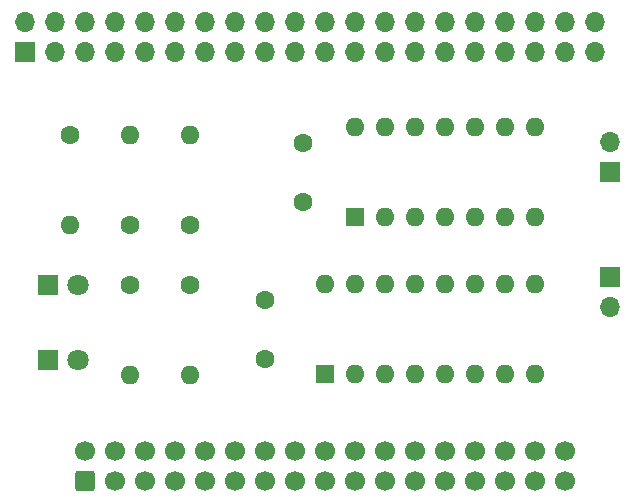
<source format=gbr>
G04 #@! TF.GenerationSoftware,KiCad,Pcbnew,(6.0.6)*
G04 #@! TF.CreationDate,2022-08-31T17:59:29+02:00*
G04 #@! TF.ProjectId,PC128S_IDE,50433132-3853-45f4-9944-452e6b696361,rev?*
G04 #@! TF.SameCoordinates,Original*
G04 #@! TF.FileFunction,Soldermask,Top*
G04 #@! TF.FilePolarity,Negative*
%FSLAX46Y46*%
G04 Gerber Fmt 4.6, Leading zero omitted, Abs format (unit mm)*
G04 Created by KiCad (PCBNEW (6.0.6)) date 2022-08-31 17:59:29*
%MOMM*%
%LPD*%
G01*
G04 APERTURE LIST*
G04 Aperture macros list*
%AMRoundRect*
0 Rectangle with rounded corners*
0 $1 Rounding radius*
0 $2 $3 $4 $5 $6 $7 $8 $9 X,Y pos of 4 corners*
0 Add a 4 corners polygon primitive as box body*
4,1,4,$2,$3,$4,$5,$6,$7,$8,$9,$2,$3,0*
0 Add four circle primitives for the rounded corners*
1,1,$1+$1,$2,$3*
1,1,$1+$1,$4,$5*
1,1,$1+$1,$6,$7*
1,1,$1+$1,$8,$9*
0 Add four rect primitives between the rounded corners*
20,1,$1+$1,$2,$3,$4,$5,0*
20,1,$1+$1,$4,$5,$6,$7,0*
20,1,$1+$1,$6,$7,$8,$9,0*
20,1,$1+$1,$8,$9,$2,$3,0*%
G04 Aperture macros list end*
%ADD10RoundRect,0.250000X0.600000X-0.600000X0.600000X0.600000X-0.600000X0.600000X-0.600000X-0.600000X0*%
%ADD11C,1.700000*%
%ADD12R,1.800000X1.800000*%
%ADD13C,1.800000*%
%ADD14R,1.700000X1.700000*%
%ADD15O,1.700000X1.700000*%
%ADD16C,1.600000*%
%ADD17O,1.600000X1.600000*%
%ADD18R,1.600000X1.600000*%
G04 APERTURE END LIST*
D10*
X169545000Y-118227500D03*
D11*
X169545000Y-115687500D03*
X172085000Y-118227500D03*
X172085000Y-115687500D03*
X174625000Y-118227500D03*
X174625000Y-115687500D03*
X177165000Y-118227500D03*
X177165000Y-115687500D03*
X179705000Y-118227500D03*
X179705000Y-115687500D03*
X182245000Y-118227500D03*
X182245000Y-115687500D03*
X184785000Y-118227500D03*
X184785000Y-115687500D03*
X187325000Y-118227500D03*
X187325000Y-115687500D03*
X189865000Y-118227500D03*
X189865000Y-115687500D03*
X192405000Y-118227500D03*
X192405000Y-115687500D03*
X194945000Y-118227500D03*
X194945000Y-115687500D03*
X197485000Y-118227500D03*
X197485000Y-115687500D03*
X200025000Y-118227500D03*
X200025000Y-115687500D03*
X202565000Y-118227500D03*
X202565000Y-115687500D03*
X205105000Y-118227500D03*
X205105000Y-115687500D03*
X207645000Y-118227500D03*
X207645000Y-115687500D03*
X210185000Y-118227500D03*
X210185000Y-115687500D03*
D12*
X166370000Y-101600000D03*
D13*
X168910000Y-101600000D03*
D12*
X166365000Y-107950000D03*
D13*
X168905000Y-107950000D03*
D14*
X213995000Y-100965000D03*
D15*
X213995000Y-103505000D03*
D16*
X173355000Y-96520000D03*
D17*
X173355000Y-88900000D03*
D14*
X213970000Y-92055000D03*
D15*
X213970000Y-89515000D03*
D18*
X192400000Y-95875000D03*
D17*
X194940000Y-95875000D03*
X197480000Y-95875000D03*
X200020000Y-95875000D03*
X202560000Y-95875000D03*
X205100000Y-95875000D03*
X207640000Y-95875000D03*
X207640000Y-88255000D03*
X205100000Y-88255000D03*
X202560000Y-88255000D03*
X200020000Y-88255000D03*
X197480000Y-88255000D03*
X194940000Y-88255000D03*
X192400000Y-88255000D03*
D16*
X187960000Y-94575000D03*
X187960000Y-89575000D03*
X168275000Y-88900000D03*
D17*
X168275000Y-96520000D03*
D18*
X189880000Y-109210000D03*
D17*
X192420000Y-109210000D03*
X194960000Y-109210000D03*
X197500000Y-109210000D03*
X200040000Y-109210000D03*
X202580000Y-109210000D03*
X205120000Y-109210000D03*
X207660000Y-109210000D03*
X207660000Y-101590000D03*
X205120000Y-101590000D03*
X202580000Y-101590000D03*
X200040000Y-101590000D03*
X197500000Y-101590000D03*
X194960000Y-101590000D03*
X192420000Y-101590000D03*
X189880000Y-101590000D03*
D16*
X184785000Y-107910000D03*
X184785000Y-102910000D03*
D14*
X164470000Y-81920000D03*
D15*
X164470000Y-79380000D03*
X167010000Y-81920000D03*
X167010000Y-79380000D03*
X169550000Y-81920000D03*
X169550000Y-79380000D03*
X172090000Y-81920000D03*
X172090000Y-79380000D03*
X174630000Y-81920000D03*
X174630000Y-79380000D03*
X177170000Y-81920000D03*
X177170000Y-79380000D03*
X179710000Y-81920000D03*
X179710000Y-79380000D03*
X182250000Y-81920000D03*
X182250000Y-79380000D03*
X184790000Y-81920000D03*
X184790000Y-79380000D03*
X187330000Y-81920000D03*
X187330000Y-79380000D03*
X189870000Y-81920000D03*
X189870000Y-79380000D03*
X192410000Y-81920000D03*
X192410000Y-79380000D03*
X194950000Y-81920000D03*
X194950000Y-79380000D03*
X197490000Y-81920000D03*
X197490000Y-79380000D03*
X200030000Y-81920000D03*
X200030000Y-79380000D03*
X202570000Y-81920000D03*
X202570000Y-79380000D03*
X205110000Y-81920000D03*
X205110000Y-79380000D03*
X207650000Y-81920000D03*
X207650000Y-79380000D03*
X210190000Y-81920000D03*
X210190000Y-79380000D03*
X212730000Y-81920000D03*
X212730000Y-79380000D03*
D16*
X173355000Y-101600000D03*
D17*
X173355000Y-109220000D03*
D16*
X178435000Y-96520000D03*
D17*
X178435000Y-88900000D03*
D16*
X178435000Y-101600000D03*
D17*
X178435000Y-109220000D03*
M02*

</source>
